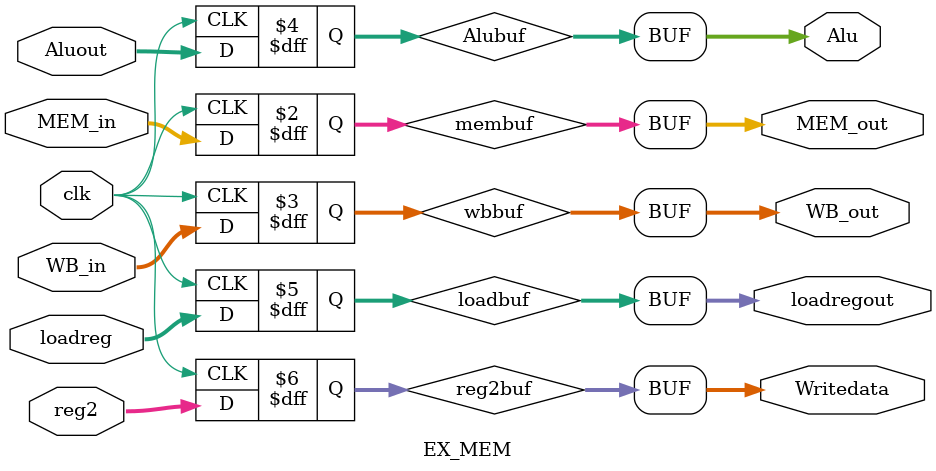
<source format=v>
module EX_MEM #(parameter N=32)(input clk,input [2:0]MEM_in,input [1:0]WB_in,
               input [N-1:0]Aluout,input [4:0]loadreg,
               input [N-1:0]reg2,output [2:0]MEM_out,
               output [1:0]WB_out,output [N-1:0]Writedata,
               output [N-1:0]Alu,output [4:0]loadregout);

reg [2:0]membuf;
reg [1:0]wbbuf;
reg [N-1:0]Alubuf;
reg [4:0]loadbuf;
reg [N-1:0]reg2buf;
            
always@(posedge clk)begin
membuf<=MEM_in;
wbbuf<=WB_in;
Alubuf<=Aluout;
loadbuf<=loadreg;
reg2buf<=reg2;
end

assign MEM_out=membuf;
assign WB_out=wbbuf;
assign Writedata=reg2buf;
assign loadregout=loadbuf;
assign Alu=Alubuf;

endmodule
</source>
